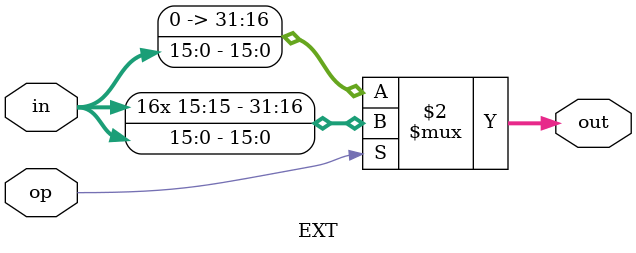
<source format=v>
`timescale 1ns / 1ps
module EXT(
    input [15:0] in,
	 input op,
    output [31:0] out
    );
	 assign out = (op == 1)?{{16{in[15]}},in}:{{16{1'b0}},in};


endmodule

</source>
